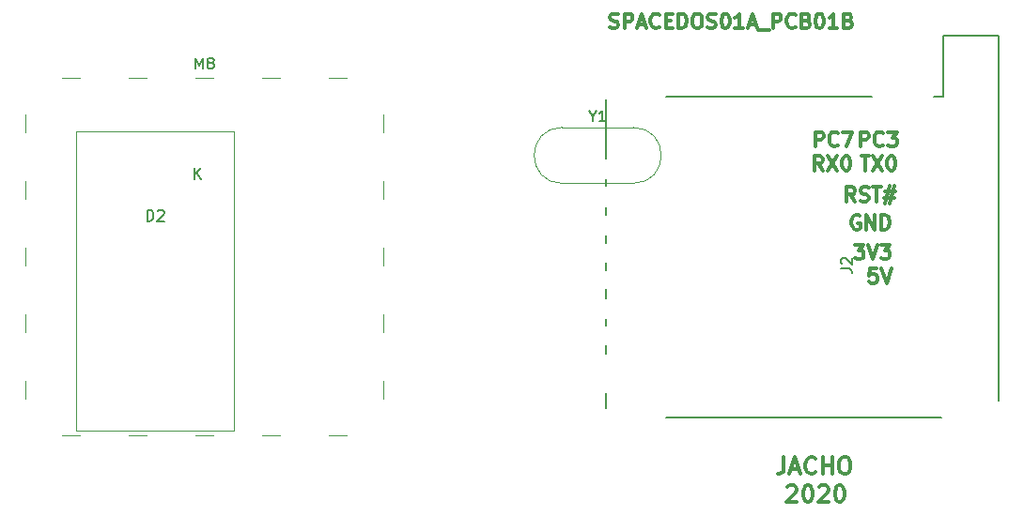
<source format=gbr>
%TF.GenerationSoftware,KiCad,Pcbnew,6.0.4-6f826c9f35~116~ubuntu20.04.1*%
%TF.CreationDate,2022-05-02T14:47:28+00:00*%
%TF.ProjectId,USTSIPIN01A,55535453-4950-4494-9e30-31412e6b6963,REV*%
%TF.SameCoordinates,Original*%
%TF.FileFunction,Legend,Top*%
%TF.FilePolarity,Positive*%
%FSLAX46Y46*%
G04 Gerber Fmt 4.6, Leading zero omitted, Abs format (unit mm)*
G04 Created by KiCad (PCBNEW 6.0.4-6f826c9f35~116~ubuntu20.04.1) date 2022-05-02 14:47:28*
%MOMM*%
%LPD*%
G01*
G04 APERTURE LIST*
%ADD10C,0.300000*%
%ADD11C,0.150000*%
%ADD12C,0.100000*%
%ADD13C,0.120000*%
G04 APERTURE END LIST*
D10*
X75911809Y30399904D02*
X75478476Y31018952D01*
X75168952Y30399904D02*
X75168952Y31699904D01*
X75664190Y31699904D01*
X75788000Y31638000D01*
X75849904Y31576095D01*
X75911809Y31452285D01*
X75911809Y31266571D01*
X75849904Y31142761D01*
X75788000Y31080857D01*
X75664190Y31018952D01*
X75168952Y31018952D01*
X76407047Y30461809D02*
X76592761Y30399904D01*
X76902285Y30399904D01*
X77026095Y30461809D01*
X77088000Y30523714D01*
X77149904Y30647523D01*
X77149904Y30771333D01*
X77088000Y30895142D01*
X77026095Y30957047D01*
X76902285Y31018952D01*
X76654666Y31080857D01*
X76530857Y31142761D01*
X76468952Y31204666D01*
X76407047Y31328476D01*
X76407047Y31452285D01*
X76468952Y31576095D01*
X76530857Y31638000D01*
X76654666Y31699904D01*
X76964190Y31699904D01*
X77149904Y31638000D01*
X77521333Y31699904D02*
X78264190Y31699904D01*
X77892761Y30399904D02*
X77892761Y31699904D01*
X78635619Y31266571D02*
X79564190Y31266571D01*
X79007047Y31823714D02*
X78635619Y30152285D01*
X79440380Y30709428D02*
X78511809Y30709428D01*
X79068952Y30152285D02*
X79440380Y31823714D01*
X53839904Y46082809D02*
X54025619Y46020904D01*
X54335142Y46020904D01*
X54458952Y46082809D01*
X54520857Y46144714D01*
X54582761Y46268523D01*
X54582761Y46392333D01*
X54520857Y46516142D01*
X54458952Y46578047D01*
X54335142Y46639952D01*
X54087523Y46701857D01*
X53963714Y46763761D01*
X53901809Y46825666D01*
X53839904Y46949476D01*
X53839904Y47073285D01*
X53901809Y47197095D01*
X53963714Y47259000D01*
X54087523Y47320904D01*
X54397047Y47320904D01*
X54582761Y47259000D01*
X55139904Y46020904D02*
X55139904Y47320904D01*
X55635142Y47320904D01*
X55758952Y47259000D01*
X55820857Y47197095D01*
X55882761Y47073285D01*
X55882761Y46887571D01*
X55820857Y46763761D01*
X55758952Y46701857D01*
X55635142Y46639952D01*
X55139904Y46639952D01*
X56378000Y46392333D02*
X56997047Y46392333D01*
X56254190Y46020904D02*
X56687523Y47320904D01*
X57120857Y46020904D01*
X58297047Y46144714D02*
X58235142Y46082809D01*
X58049428Y46020904D01*
X57925619Y46020904D01*
X57739904Y46082809D01*
X57616095Y46206619D01*
X57554190Y46330428D01*
X57492285Y46578047D01*
X57492285Y46763761D01*
X57554190Y47011380D01*
X57616095Y47135190D01*
X57739904Y47259000D01*
X57925619Y47320904D01*
X58049428Y47320904D01*
X58235142Y47259000D01*
X58297047Y47197095D01*
X58854190Y46701857D02*
X59287523Y46701857D01*
X59473238Y46020904D02*
X58854190Y46020904D01*
X58854190Y47320904D01*
X59473238Y47320904D01*
X60030380Y46020904D02*
X60030380Y47320904D01*
X60339904Y47320904D01*
X60525619Y47259000D01*
X60649428Y47135190D01*
X60711333Y47011380D01*
X60773238Y46763761D01*
X60773238Y46578047D01*
X60711333Y46330428D01*
X60649428Y46206619D01*
X60525619Y46082809D01*
X60339904Y46020904D01*
X60030380Y46020904D01*
X61578000Y47320904D02*
X61825619Y47320904D01*
X61949428Y47259000D01*
X62073238Y47135190D01*
X62135142Y46887571D01*
X62135142Y46454238D01*
X62073238Y46206619D01*
X61949428Y46082809D01*
X61825619Y46020904D01*
X61578000Y46020904D01*
X61454190Y46082809D01*
X61330380Y46206619D01*
X61268476Y46454238D01*
X61268476Y46887571D01*
X61330380Y47135190D01*
X61454190Y47259000D01*
X61578000Y47320904D01*
X62630380Y46082809D02*
X62816095Y46020904D01*
X63125619Y46020904D01*
X63249428Y46082809D01*
X63311333Y46144714D01*
X63373238Y46268523D01*
X63373238Y46392333D01*
X63311333Y46516142D01*
X63249428Y46578047D01*
X63125619Y46639952D01*
X62878000Y46701857D01*
X62754190Y46763761D01*
X62692285Y46825666D01*
X62630380Y46949476D01*
X62630380Y47073285D01*
X62692285Y47197095D01*
X62754190Y47259000D01*
X62878000Y47320904D01*
X63187523Y47320904D01*
X63373238Y47259000D01*
X64178000Y47320904D02*
X64301809Y47320904D01*
X64425619Y47259000D01*
X64487523Y47197095D01*
X64549428Y47073285D01*
X64611333Y46825666D01*
X64611333Y46516142D01*
X64549428Y46268523D01*
X64487523Y46144714D01*
X64425619Y46082809D01*
X64301809Y46020904D01*
X64178000Y46020904D01*
X64054190Y46082809D01*
X63992285Y46144714D01*
X63930380Y46268523D01*
X63868476Y46516142D01*
X63868476Y46825666D01*
X63930380Y47073285D01*
X63992285Y47197095D01*
X64054190Y47259000D01*
X64178000Y47320904D01*
X65849428Y46020904D02*
X65106571Y46020904D01*
X65478000Y46020904D02*
X65478000Y47320904D01*
X65354190Y47135190D01*
X65230380Y47011380D01*
X65106571Y46949476D01*
X66344666Y46392333D02*
X66963714Y46392333D01*
X66220857Y46020904D02*
X66654190Y47320904D01*
X67087523Y46020904D01*
X67211333Y45897095D02*
X68201809Y45897095D01*
X68511333Y46020904D02*
X68511333Y47320904D01*
X69006571Y47320904D01*
X69130380Y47259000D01*
X69192285Y47197095D01*
X69254190Y47073285D01*
X69254190Y46887571D01*
X69192285Y46763761D01*
X69130380Y46701857D01*
X69006571Y46639952D01*
X68511333Y46639952D01*
X70554190Y46144714D02*
X70492285Y46082809D01*
X70306571Y46020904D01*
X70182761Y46020904D01*
X69997047Y46082809D01*
X69873238Y46206619D01*
X69811333Y46330428D01*
X69749428Y46578047D01*
X69749428Y46763761D01*
X69811333Y47011380D01*
X69873238Y47135190D01*
X69997047Y47259000D01*
X70182761Y47320904D01*
X70306571Y47320904D01*
X70492285Y47259000D01*
X70554190Y47197095D01*
X71544666Y46701857D02*
X71730380Y46639952D01*
X71792285Y46578047D01*
X71854190Y46454238D01*
X71854190Y46268523D01*
X71792285Y46144714D01*
X71730380Y46082809D01*
X71606571Y46020904D01*
X71111333Y46020904D01*
X71111333Y47320904D01*
X71544666Y47320904D01*
X71668476Y47259000D01*
X71730380Y47197095D01*
X71792285Y47073285D01*
X71792285Y46949476D01*
X71730380Y46825666D01*
X71668476Y46763761D01*
X71544666Y46701857D01*
X71111333Y46701857D01*
X72658952Y47320904D02*
X72782761Y47320904D01*
X72906571Y47259000D01*
X72968476Y47197095D01*
X73030380Y47073285D01*
X73092285Y46825666D01*
X73092285Y46516142D01*
X73030380Y46268523D01*
X72968476Y46144714D01*
X72906571Y46082809D01*
X72782761Y46020904D01*
X72658952Y46020904D01*
X72535142Y46082809D01*
X72473238Y46144714D01*
X72411333Y46268523D01*
X72349428Y46516142D01*
X72349428Y46825666D01*
X72411333Y47073285D01*
X72473238Y47197095D01*
X72535142Y47259000D01*
X72658952Y47320904D01*
X74330380Y46020904D02*
X73587523Y46020904D01*
X73958952Y46020904D02*
X73958952Y47320904D01*
X73835142Y47135190D01*
X73711333Y47011380D01*
X73587523Y46949476D01*
X75320857Y46701857D02*
X75506571Y46639952D01*
X75568476Y46578047D01*
X75630380Y46454238D01*
X75630380Y46268523D01*
X75568476Y46144714D01*
X75506571Y46082809D01*
X75382761Y46020904D01*
X74887523Y46020904D01*
X74887523Y47320904D01*
X75320857Y47320904D01*
X75444666Y47259000D01*
X75506571Y47197095D01*
X75568476Y47073285D01*
X75568476Y46949476D01*
X75506571Y46825666D01*
X75444666Y46763761D01*
X75320857Y46701857D01*
X74887523Y46701857D01*
X76472142Y34493904D02*
X77215000Y34493904D01*
X76843571Y33193904D02*
X76843571Y34493904D01*
X77524523Y34493904D02*
X78391190Y33193904D01*
X78391190Y34493904D02*
X77524523Y33193904D01*
X79134047Y34493904D02*
X79257857Y34493904D01*
X79381666Y34432000D01*
X79443571Y34370095D01*
X79505476Y34246285D01*
X79567380Y33998666D01*
X79567380Y33689142D01*
X79505476Y33441523D01*
X79443571Y33317714D01*
X79381666Y33255809D01*
X79257857Y33193904D01*
X79134047Y33193904D01*
X79010238Y33255809D01*
X78948333Y33317714D01*
X78886428Y33441523D01*
X78824523Y33689142D01*
X78824523Y33998666D01*
X78886428Y34246285D01*
X78948333Y34370095D01*
X79010238Y34432000D01*
X79134047Y34493904D01*
X77883190Y24333904D02*
X77264142Y24333904D01*
X77202238Y23714857D01*
X77264142Y23776761D01*
X77387952Y23838666D01*
X77697476Y23838666D01*
X77821285Y23776761D01*
X77883190Y23714857D01*
X77945095Y23591047D01*
X77945095Y23281523D01*
X77883190Y23157714D01*
X77821285Y23095809D01*
X77697476Y23033904D01*
X77387952Y23033904D01*
X77264142Y23095809D01*
X77202238Y23157714D01*
X78316523Y24333904D02*
X78749857Y23033904D01*
X79183190Y24333904D01*
X73027190Y33193904D02*
X72593857Y33812952D01*
X72284333Y33193904D02*
X72284333Y34493904D01*
X72779571Y34493904D01*
X72903380Y34432000D01*
X72965285Y34370095D01*
X73027190Y34246285D01*
X73027190Y34060571D01*
X72965285Y33936761D01*
X72903380Y33874857D01*
X72779571Y33812952D01*
X72284333Y33812952D01*
X73460523Y34493904D02*
X74327190Y33193904D01*
X74327190Y34493904D02*
X73460523Y33193904D01*
X75070047Y34493904D02*
X75193857Y34493904D01*
X75317666Y34432000D01*
X75379571Y34370095D01*
X75441476Y34246285D01*
X75503380Y33998666D01*
X75503380Y33689142D01*
X75441476Y33441523D01*
X75379571Y33317714D01*
X75317666Y33255809D01*
X75193857Y33193904D01*
X75070047Y33193904D01*
X74946238Y33255809D01*
X74884333Y33317714D01*
X74822428Y33441523D01*
X74760523Y33689142D01*
X74760523Y33998666D01*
X74822428Y34246285D01*
X74884333Y34370095D01*
X74946238Y34432000D01*
X75070047Y34493904D01*
X75902238Y26492904D02*
X76707000Y26492904D01*
X76273666Y25997666D01*
X76459380Y25997666D01*
X76583190Y25935761D01*
X76645095Y25873857D01*
X76707000Y25750047D01*
X76707000Y25440523D01*
X76645095Y25316714D01*
X76583190Y25254809D01*
X76459380Y25192904D01*
X76087952Y25192904D01*
X75964142Y25254809D01*
X75902238Y25316714D01*
X77078428Y26492904D02*
X77511761Y25192904D01*
X77945095Y26492904D01*
X78254619Y26492904D02*
X79059380Y26492904D01*
X78626047Y25997666D01*
X78811761Y25997666D01*
X78935571Y25935761D01*
X78997476Y25873857D01*
X79059380Y25750047D01*
X79059380Y25440523D01*
X78997476Y25316714D01*
X78935571Y25254809D01*
X78811761Y25192904D01*
X78440333Y25192904D01*
X78316523Y25254809D01*
X78254619Y25316714D01*
X76335571Y29098000D02*
X76211761Y29159904D01*
X76026047Y29159904D01*
X75840333Y29098000D01*
X75716523Y28974190D01*
X75654619Y28850380D01*
X75592714Y28602761D01*
X75592714Y28417047D01*
X75654619Y28169428D01*
X75716523Y28045619D01*
X75840333Y27921809D01*
X76026047Y27859904D01*
X76149857Y27859904D01*
X76335571Y27921809D01*
X76397476Y27983714D01*
X76397476Y28417047D01*
X76149857Y28417047D01*
X76954619Y27859904D02*
X76954619Y29159904D01*
X77697476Y27859904D01*
X77697476Y29159904D01*
X78316523Y27859904D02*
X78316523Y29159904D01*
X78626047Y29159904D01*
X78811761Y29098000D01*
X78935571Y28974190D01*
X78997476Y28850380D01*
X79059380Y28602761D01*
X79059380Y28417047D01*
X78997476Y28169428D01*
X78935571Y28045619D01*
X78811761Y27921809D01*
X78626047Y27859904D01*
X78316523Y27859904D01*
X72349428Y35352904D02*
X72349428Y36652904D01*
X72844666Y36652904D01*
X72968476Y36591000D01*
X73030380Y36529095D01*
X73092285Y36405285D01*
X73092285Y36219571D01*
X73030380Y36095761D01*
X72968476Y36033857D01*
X72844666Y35971952D01*
X72349428Y35971952D01*
X74392285Y35476714D02*
X74330380Y35414809D01*
X74144666Y35352904D01*
X74020857Y35352904D01*
X73835142Y35414809D01*
X73711333Y35538619D01*
X73649428Y35662428D01*
X73587523Y35910047D01*
X73587523Y36095761D01*
X73649428Y36343380D01*
X73711333Y36467190D01*
X73835142Y36591000D01*
X74020857Y36652904D01*
X74144666Y36652904D01*
X74330380Y36591000D01*
X74392285Y36529095D01*
X74825619Y36652904D02*
X75692285Y36652904D01*
X75135142Y35352904D01*
X76413428Y35352904D02*
X76413428Y36652904D01*
X76908666Y36652904D01*
X77032476Y36591000D01*
X77094380Y36529095D01*
X77156285Y36405285D01*
X77156285Y36219571D01*
X77094380Y36095761D01*
X77032476Y36033857D01*
X76908666Y35971952D01*
X76413428Y35971952D01*
X78456285Y35476714D02*
X78394380Y35414809D01*
X78208666Y35352904D01*
X78084857Y35352904D01*
X77899142Y35414809D01*
X77775333Y35538619D01*
X77713428Y35662428D01*
X77651523Y35910047D01*
X77651523Y36095761D01*
X77713428Y36343380D01*
X77775333Y36467190D01*
X77899142Y36591000D01*
X78084857Y36652904D01*
X78208666Y36652904D01*
X78394380Y36591000D01*
X78456285Y36529095D01*
X78889619Y36652904D02*
X79694380Y36652904D01*
X79261047Y36157666D01*
X79446761Y36157666D01*
X79570571Y36095761D01*
X79632476Y36033857D01*
X79694380Y35910047D01*
X79694380Y35600523D01*
X79632476Y35476714D01*
X79570571Y35414809D01*
X79446761Y35352904D01*
X79075333Y35352904D01*
X78951523Y35414809D01*
X78889619Y35476714D01*
X69818571Y4615571D02*
X69890000Y4687000D01*
X70032857Y4758428D01*
X70390000Y4758428D01*
X70532857Y4687000D01*
X70604285Y4615571D01*
X70675714Y4472714D01*
X70675714Y4329857D01*
X70604285Y4115571D01*
X69747142Y3258428D01*
X70675714Y3258428D01*
X71604285Y4758428D02*
X71747142Y4758428D01*
X71890000Y4687000D01*
X71961428Y4615571D01*
X72032857Y4472714D01*
X72104285Y4187000D01*
X72104285Y3829857D01*
X72032857Y3544142D01*
X71961428Y3401285D01*
X71890000Y3329857D01*
X71747142Y3258428D01*
X71604285Y3258428D01*
X71461428Y3329857D01*
X71390000Y3401285D01*
X71318571Y3544142D01*
X71247142Y3829857D01*
X71247142Y4187000D01*
X71318571Y4472714D01*
X71390000Y4615571D01*
X71461428Y4687000D01*
X71604285Y4758428D01*
X72675714Y4615571D02*
X72747142Y4687000D01*
X72890000Y4758428D01*
X73247142Y4758428D01*
X73390000Y4687000D01*
X73461428Y4615571D01*
X73532857Y4472714D01*
X73532857Y4329857D01*
X73461428Y4115571D01*
X72604285Y3258428D01*
X73532857Y3258428D01*
X74461428Y4758428D02*
X74604285Y4758428D01*
X74747142Y4687000D01*
X74818571Y4615571D01*
X74890000Y4472714D01*
X74961428Y4187000D01*
X74961428Y3829857D01*
X74890000Y3544142D01*
X74818571Y3401285D01*
X74747142Y3329857D01*
X74604285Y3258428D01*
X74461428Y3258428D01*
X74318571Y3329857D01*
X74247142Y3401285D01*
X74175714Y3544142D01*
X74104285Y3829857D01*
X74104285Y4187000D01*
X74175714Y4472714D01*
X74247142Y4615571D01*
X74318571Y4687000D01*
X74461428Y4758428D01*
X69513000Y7298428D02*
X69513000Y6227000D01*
X69441571Y6012714D01*
X69298714Y5869857D01*
X69084428Y5798428D01*
X68941571Y5798428D01*
X70155857Y6227000D02*
X70870142Y6227000D01*
X70013000Y5798428D02*
X70513000Y7298428D01*
X71013000Y5798428D01*
X72370142Y5941285D02*
X72298714Y5869857D01*
X72084428Y5798428D01*
X71941571Y5798428D01*
X71727285Y5869857D01*
X71584428Y6012714D01*
X71513000Y6155571D01*
X71441571Y6441285D01*
X71441571Y6655571D01*
X71513000Y6941285D01*
X71584428Y7084142D01*
X71727285Y7227000D01*
X71941571Y7298428D01*
X72084428Y7298428D01*
X72298714Y7227000D01*
X72370142Y7155571D01*
X73013000Y5798428D02*
X73013000Y7298428D01*
X73013000Y6584142D02*
X73870142Y6584142D01*
X73870142Y5798428D02*
X73870142Y7298428D01*
X74870142Y7298428D02*
X75155857Y7298428D01*
X75298714Y7227000D01*
X75441571Y7084142D01*
X75513000Y6798428D01*
X75513000Y6298428D01*
X75441571Y6012714D01*
X75298714Y5869857D01*
X75155857Y5798428D01*
X74870142Y5798428D01*
X74727285Y5869857D01*
X74584428Y6012714D01*
X74513000Y6298428D01*
X74513000Y6798428D01*
X74584428Y7084142D01*
X74727285Y7227000D01*
X74870142Y7298428D01*
D11*
%TO.C,D2*%
X12121904Y28617619D02*
X12121904Y29617619D01*
X12360000Y29617619D01*
X12502857Y29570000D01*
X12598095Y29474761D01*
X12645714Y29379523D01*
X12693333Y29189047D01*
X12693333Y29046190D01*
X12645714Y28855714D01*
X12598095Y28760476D01*
X12502857Y28665238D01*
X12360000Y28617619D01*
X12121904Y28617619D01*
X13074285Y29522380D02*
X13121904Y29570000D01*
X13217142Y29617619D01*
X13455238Y29617619D01*
X13550476Y29570000D01*
X13598095Y29522380D01*
X13645714Y29427142D01*
X13645714Y29331904D01*
X13598095Y29189047D01*
X13026666Y28617619D01*
X13645714Y28617619D01*
X16408095Y32427619D02*
X16408095Y33427619D01*
X16979523Y32427619D02*
X16550952Y32999047D01*
X16979523Y33427619D02*
X16408095Y32856190D01*
%TO.C,M8*%
X16462476Y42347619D02*
X16462476Y43347619D01*
X16795809Y42633333D01*
X17129142Y43347619D01*
X17129142Y42347619D01*
X17748190Y42919047D02*
X17652952Y42966666D01*
X17605333Y43014285D01*
X17557714Y43109523D01*
X17557714Y43157142D01*
X17605333Y43252380D01*
X17652952Y43300000D01*
X17748190Y43347619D01*
X17938666Y43347619D01*
X18033904Y43300000D01*
X18081523Y43252380D01*
X18129142Y43157142D01*
X18129142Y43109523D01*
X18081523Y43014285D01*
X18033904Y42966666D01*
X17938666Y42919047D01*
X17748190Y42919047D01*
X17652952Y42871428D01*
X17605333Y42823809D01*
X17557714Y42728571D01*
X17557714Y42538095D01*
X17605333Y42442857D01*
X17652952Y42395238D01*
X17748190Y42347619D01*
X17938666Y42347619D01*
X18033904Y42395238D01*
X18081523Y42442857D01*
X18129142Y42538095D01*
X18129142Y42728571D01*
X18081523Y42823809D01*
X18033904Y42871428D01*
X17938666Y42919047D01*
%TO.C,Y1*%
X52255809Y38092809D02*
X52255809Y37616619D01*
X51922476Y38616619D02*
X52255809Y38092809D01*
X52589142Y38616619D01*
X53446285Y37616619D02*
X52874857Y37616619D01*
X53160571Y37616619D02*
X53160571Y38616619D01*
X53065333Y38473761D01*
X52970095Y38378523D01*
X52874857Y38330904D01*
%TO.C,J2*%
X74650780Y24317366D02*
X75365066Y24317366D01*
X75507923Y24269747D01*
X75603161Y24174509D01*
X75650780Y24031652D01*
X75650780Y23936414D01*
X74746019Y24745938D02*
X74698400Y24793557D01*
X74650780Y24888795D01*
X74650780Y25126890D01*
X74698400Y25222128D01*
X74746019Y25269747D01*
X74841257Y25317366D01*
X74936495Y25317366D01*
X75079352Y25269747D01*
X75650780Y24698319D01*
X75650780Y25317366D01*
D12*
%TO.C,D2*%
X19960000Y9690000D02*
X19960000Y36690000D01*
X19960000Y9690000D02*
X5760000Y9690000D01*
X5760000Y9690000D02*
X5760000Y36690000D01*
X19960000Y36690000D02*
X5760000Y36690000D01*
D13*
%TO.C,M8*%
X22472000Y41550000D02*
X24072000Y41550000D01*
X33422000Y14200000D02*
X33422000Y12600000D01*
X1122000Y20200000D02*
X1122000Y18600000D01*
X10472000Y41550000D02*
X12072000Y41550000D01*
X16472000Y9250000D02*
X18072000Y9250000D01*
X1122000Y14200000D02*
X1122000Y12600000D01*
X33422000Y38200000D02*
X33422000Y36600000D01*
X33422000Y26200000D02*
X33422000Y24600000D01*
X1122000Y32200000D02*
X1122000Y30600000D01*
X22472000Y9250000D02*
X24072000Y9250000D01*
X28472000Y41550000D02*
X30072000Y41550000D01*
X4472000Y41550000D02*
X6072000Y41550000D01*
X16472000Y41550000D02*
X18072000Y41550000D01*
X33422000Y32200000D02*
X33422000Y30600000D01*
X28472000Y9250000D02*
X30072000Y9250000D01*
X4472000Y9250000D02*
X6072000Y9250000D01*
X1122000Y38200000D02*
X1122000Y36600000D01*
X1122000Y26200000D02*
X1122000Y24600000D01*
X33422000Y20200000D02*
X33422000Y18600000D01*
X10472000Y9250000D02*
X12072000Y9250000D01*
%TO.C,Y1*%
X49532000Y32019000D02*
X55932000Y32019000D01*
X49532000Y37069000D02*
X55932000Y37069000D01*
X55932000Y32019000D02*
G75*
G03*
X55932000Y37069000I0J2525000D01*
G01*
X49532000Y37069000D02*
G75*
G03*
X49532000Y32019000I0J-2525000D01*
G01*
D11*
%TO.C,J2*%
X53467000Y29832300D02*
X53467000Y29210000D01*
X53467000Y22326600D02*
X53467000Y21615400D01*
X53467000Y32385000D02*
X53467000Y31762700D01*
X53441600Y34264600D02*
X53441600Y39624000D01*
X53479700Y24879300D02*
X53479700Y24168100D01*
X83870800Y39875000D02*
X83870800Y45350000D01*
X83045300Y39875000D02*
X83870800Y39875000D01*
X53467000Y22479000D02*
X53467000Y22326600D01*
X83870800Y45350000D02*
X88900000Y45350000D01*
X58915300Y39875000D02*
X77470000Y39875000D01*
X53467000Y17386300D02*
X53467000Y16649700D01*
X58877200Y10925000D02*
X83718400Y10925000D01*
X53467000Y19812000D02*
X53467000Y19151600D01*
X53467000Y27317700D02*
X53467000Y26670000D01*
X88900000Y45350000D02*
X88900000Y12400000D01*
X53479700Y13081000D02*
X53479700Y11696700D01*
%TD*%
M02*

</source>
